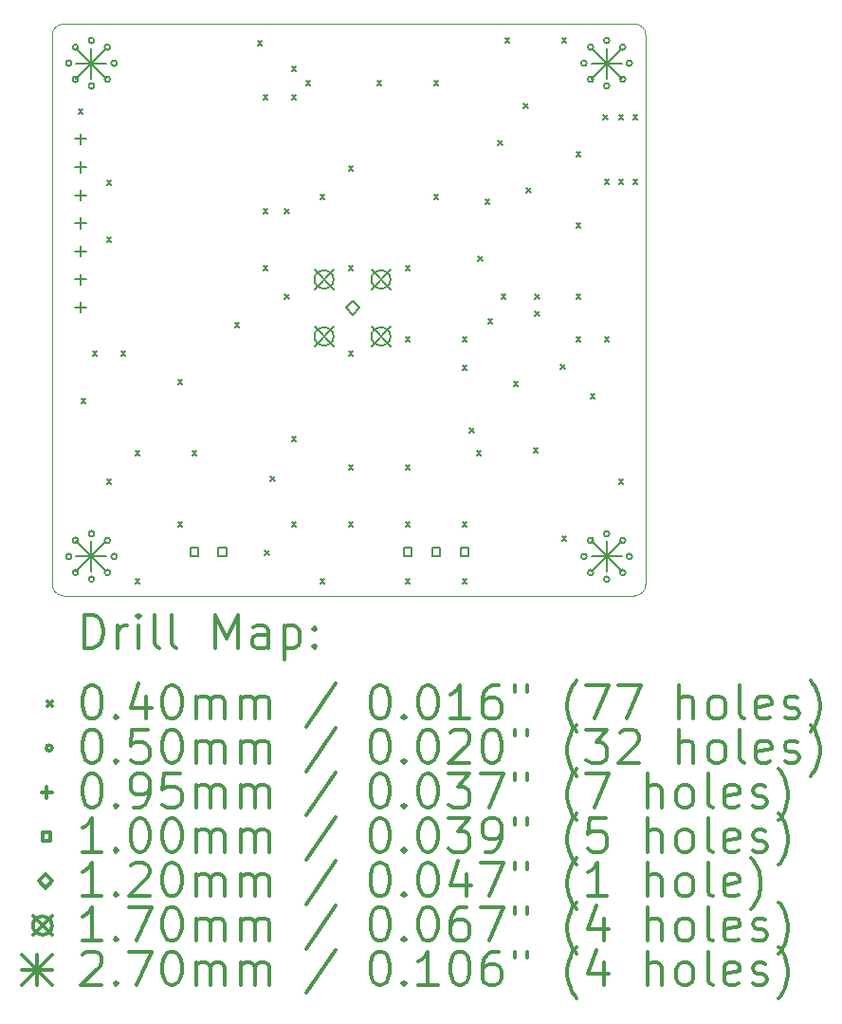
<source format=gbr>
%FSLAX45Y45*%
G04 Gerber Fmt 4.5, Leading zero omitted, Abs format (unit mm)*
G04 Created by KiCad (PCBNEW 5.1.9+dfsg1-1) date 2021-05-25 18:35:13*
%MOMM*%
%LPD*%
G01*
G04 APERTURE LIST*
%TA.AperFunction,Profile*%
%ADD10C,0.050000*%
%TD*%
%ADD11C,0.200000*%
%ADD12C,0.300000*%
G04 APERTURE END LIST*
D10*
X11026000Y-6572000D02*
G75*
G02*
X11126000Y-6472000I100000J0D01*
G01*
X11126000Y-11572000D02*
G75*
G02*
X11026000Y-11472000I0J100000D01*
G01*
X16326000Y-11472000D02*
G75*
G02*
X16226000Y-11572000I-100000J0D01*
G01*
X16226000Y-6472000D02*
G75*
G02*
X16326000Y-6572000I0J-100000D01*
G01*
X16226000Y-6472000D02*
X11126000Y-6472000D01*
X16326000Y-11472000D02*
X16326000Y-6572000D01*
X11126000Y-11572000D02*
X16226000Y-11572000D01*
X11026000Y-6572000D02*
X11026000Y-11472000D01*
D11*
X11260000Y-7234000D02*
X11300000Y-7274000D01*
X11300000Y-7234000D02*
X11260000Y-7274000D01*
X11285400Y-9812100D02*
X11325400Y-9852100D01*
X11325400Y-9812100D02*
X11285400Y-9852100D01*
X11387000Y-9393000D02*
X11427000Y-9433000D01*
X11427000Y-9393000D02*
X11387000Y-9433000D01*
X11514000Y-7869000D02*
X11554000Y-7909000D01*
X11554000Y-7869000D02*
X11514000Y-7909000D01*
X11514000Y-8377000D02*
X11554000Y-8417000D01*
X11554000Y-8377000D02*
X11514000Y-8417000D01*
X11514000Y-10536000D02*
X11554000Y-10576000D01*
X11554000Y-10536000D02*
X11514000Y-10576000D01*
X11641000Y-9393000D02*
X11681000Y-9433000D01*
X11681000Y-9393000D02*
X11641000Y-9433000D01*
X11768000Y-10282000D02*
X11808000Y-10322000D01*
X11808000Y-10282000D02*
X11768000Y-10322000D01*
X11768000Y-11425000D02*
X11808000Y-11465000D01*
X11808000Y-11425000D02*
X11768000Y-11465000D01*
X12149000Y-9647000D02*
X12189000Y-9687000D01*
X12189000Y-9647000D02*
X12149000Y-9687000D01*
X12149000Y-10917000D02*
X12189000Y-10957000D01*
X12189000Y-10917000D02*
X12149000Y-10957000D01*
X12276000Y-10282000D02*
X12316000Y-10322000D01*
X12316000Y-10282000D02*
X12276000Y-10322000D01*
X12657000Y-9139000D02*
X12697000Y-9179000D01*
X12697000Y-9139000D02*
X12657000Y-9179000D01*
X12860200Y-6624400D02*
X12900200Y-6664400D01*
X12900200Y-6624400D02*
X12860200Y-6664400D01*
X12911000Y-7107000D02*
X12951000Y-7147000D01*
X12951000Y-7107000D02*
X12911000Y-7147000D01*
X12911000Y-8123000D02*
X12951000Y-8163000D01*
X12951000Y-8123000D02*
X12911000Y-8163000D01*
X12911000Y-8631000D02*
X12951000Y-8671000D01*
X12951000Y-8631000D02*
X12911000Y-8671000D01*
X12923700Y-11171000D02*
X12963700Y-11211000D01*
X12963700Y-11171000D02*
X12923700Y-11211000D01*
X12974500Y-10510600D02*
X13014500Y-10550600D01*
X13014500Y-10510600D02*
X12974500Y-10550600D01*
X13101500Y-8123000D02*
X13141500Y-8163000D01*
X13141500Y-8123000D02*
X13101500Y-8163000D01*
X13101500Y-8885000D02*
X13141500Y-8925000D01*
X13141500Y-8885000D02*
X13101500Y-8925000D01*
X13165000Y-6853000D02*
X13205000Y-6893000D01*
X13205000Y-6853000D02*
X13165000Y-6893000D01*
X13165000Y-7107000D02*
X13205000Y-7147000D01*
X13205000Y-7107000D02*
X13165000Y-7147000D01*
X13165000Y-10155000D02*
X13205000Y-10195000D01*
X13205000Y-10155000D02*
X13165000Y-10195000D01*
X13165000Y-10917000D02*
X13205000Y-10957000D01*
X13205000Y-10917000D02*
X13165000Y-10957000D01*
X13292000Y-6980000D02*
X13332000Y-7020000D01*
X13332000Y-6980000D02*
X13292000Y-7020000D01*
X13419000Y-7996000D02*
X13459000Y-8036000D01*
X13459000Y-7996000D02*
X13419000Y-8036000D01*
X13419000Y-11425000D02*
X13459000Y-11465000D01*
X13459000Y-11425000D02*
X13419000Y-11465000D01*
X13673000Y-7742000D02*
X13713000Y-7782000D01*
X13713000Y-7742000D02*
X13673000Y-7782000D01*
X13673000Y-8631000D02*
X13713000Y-8671000D01*
X13713000Y-8631000D02*
X13673000Y-8671000D01*
X13673000Y-9393000D02*
X13713000Y-9433000D01*
X13713000Y-9393000D02*
X13673000Y-9433000D01*
X13673000Y-10409000D02*
X13713000Y-10449000D01*
X13713000Y-10409000D02*
X13673000Y-10449000D01*
X13673000Y-10917000D02*
X13713000Y-10957000D01*
X13713000Y-10917000D02*
X13673000Y-10957000D01*
X13927000Y-6980000D02*
X13967000Y-7020000D01*
X13967000Y-6980000D02*
X13927000Y-7020000D01*
X14181000Y-8631000D02*
X14221000Y-8671000D01*
X14221000Y-8631000D02*
X14181000Y-8671000D01*
X14181000Y-9266000D02*
X14221000Y-9306000D01*
X14221000Y-9266000D02*
X14181000Y-9306000D01*
X14181000Y-10409000D02*
X14221000Y-10449000D01*
X14221000Y-10409000D02*
X14181000Y-10449000D01*
X14181000Y-10917000D02*
X14221000Y-10957000D01*
X14221000Y-10917000D02*
X14181000Y-10957000D01*
X14181000Y-11425000D02*
X14221000Y-11465000D01*
X14221000Y-11425000D02*
X14181000Y-11465000D01*
X14435000Y-6980000D02*
X14475000Y-7020000D01*
X14475000Y-6980000D02*
X14435000Y-7020000D01*
X14435000Y-7996000D02*
X14475000Y-8036000D01*
X14475000Y-7996000D02*
X14435000Y-8036000D01*
X14689000Y-9266000D02*
X14729000Y-9306000D01*
X14729000Y-9266000D02*
X14689000Y-9306000D01*
X14689000Y-9520000D02*
X14729000Y-9560000D01*
X14729000Y-9520000D02*
X14689000Y-9560000D01*
X14689000Y-10917000D02*
X14729000Y-10957000D01*
X14729000Y-10917000D02*
X14689000Y-10957000D01*
X14689000Y-11425000D02*
X14729000Y-11465000D01*
X14729000Y-11425000D02*
X14689000Y-11465000D01*
X14752500Y-10078800D02*
X14792500Y-10118800D01*
X14792500Y-10078800D02*
X14752500Y-10118800D01*
X14816000Y-10282000D02*
X14856000Y-10322000D01*
X14856000Y-10282000D02*
X14816000Y-10322000D01*
X14828700Y-8542100D02*
X14868700Y-8582100D01*
X14868700Y-8542100D02*
X14828700Y-8582100D01*
X14892200Y-8034100D02*
X14932200Y-8074100D01*
X14932200Y-8034100D02*
X14892200Y-8074100D01*
X14917600Y-9100900D02*
X14957600Y-9140900D01*
X14957600Y-9100900D02*
X14917600Y-9140900D01*
X15006500Y-7513400D02*
X15046500Y-7553400D01*
X15046500Y-7513400D02*
X15006500Y-7553400D01*
X15035356Y-8881544D02*
X15075356Y-8921544D01*
X15075356Y-8881544D02*
X15035356Y-8921544D01*
X15070000Y-6599000D02*
X15110000Y-6639000D01*
X15110000Y-6599000D02*
X15070000Y-6639000D01*
X15146200Y-9659700D02*
X15186200Y-9699700D01*
X15186200Y-9659700D02*
X15146200Y-9699700D01*
X15235100Y-7183200D02*
X15275100Y-7223200D01*
X15275100Y-7183200D02*
X15235100Y-7223200D01*
X15260500Y-7932500D02*
X15300500Y-7972500D01*
X15300500Y-7932500D02*
X15260500Y-7972500D01*
X15324000Y-10256600D02*
X15364000Y-10296600D01*
X15364000Y-10256600D02*
X15324000Y-10296600D01*
X15336700Y-8885000D02*
X15376700Y-8925000D01*
X15376700Y-8885000D02*
X15336700Y-8925000D01*
X15336700Y-9037400D02*
X15376700Y-9077400D01*
X15376700Y-9037400D02*
X15336700Y-9077400D01*
X15565300Y-9507300D02*
X15605300Y-9547300D01*
X15605300Y-9507300D02*
X15565300Y-9547300D01*
X15578000Y-6599000D02*
X15618000Y-6639000D01*
X15618000Y-6599000D02*
X15578000Y-6639000D01*
X15578000Y-11044000D02*
X15618000Y-11084000D01*
X15618000Y-11044000D02*
X15578000Y-11084000D01*
X15705000Y-7615000D02*
X15745000Y-7655000D01*
X15745000Y-7615000D02*
X15705000Y-7655000D01*
X15705000Y-8250000D02*
X15745000Y-8290000D01*
X15745000Y-8250000D02*
X15705000Y-8290000D01*
X15705000Y-8885000D02*
X15745000Y-8925000D01*
X15745000Y-8885000D02*
X15705000Y-8925000D01*
X15705000Y-9266000D02*
X15745000Y-9306000D01*
X15745000Y-9266000D02*
X15705000Y-9306000D01*
X15832000Y-9774000D02*
X15872000Y-9814000D01*
X15872000Y-9774000D02*
X15832000Y-9814000D01*
X15946300Y-7284800D02*
X15986300Y-7324800D01*
X15986300Y-7284800D02*
X15946300Y-7324800D01*
X15959000Y-7856300D02*
X15999000Y-7896300D01*
X15999000Y-7856300D02*
X15959000Y-7896300D01*
X15959000Y-9266000D02*
X15999000Y-9306000D01*
X15999000Y-9266000D02*
X15959000Y-9306000D01*
X16086000Y-7284800D02*
X16126000Y-7324800D01*
X16126000Y-7284800D02*
X16086000Y-7324800D01*
X16086000Y-7859000D02*
X16126000Y-7899000D01*
X16126000Y-7859000D02*
X16086000Y-7899000D01*
X16086000Y-7859000D02*
X16126000Y-7899000D01*
X16126000Y-7859000D02*
X16086000Y-7899000D01*
X16086000Y-7859000D02*
X16126000Y-7899000D01*
X16126000Y-7859000D02*
X16086000Y-7899000D01*
X16086000Y-10536000D02*
X16126000Y-10576000D01*
X16126000Y-10536000D02*
X16086000Y-10576000D01*
X16213000Y-7284800D02*
X16253000Y-7324800D01*
X16253000Y-7284800D02*
X16213000Y-7324800D01*
X16213000Y-7856300D02*
X16253000Y-7896300D01*
X16253000Y-7856300D02*
X16213000Y-7896300D01*
X11198500Y-6822000D02*
G75*
G03*
X11198500Y-6822000I-25000J0D01*
G01*
X11198500Y-11222000D02*
G75*
G03*
X11198500Y-11222000I-25000J0D01*
G01*
X11257811Y-6678811D02*
G75*
G03*
X11257811Y-6678811I-25000J0D01*
G01*
X11257811Y-6965189D02*
G75*
G03*
X11257811Y-6965189I-25000J0D01*
G01*
X11257811Y-11078811D02*
G75*
G03*
X11257811Y-11078811I-25000J0D01*
G01*
X11257811Y-11365189D02*
G75*
G03*
X11257811Y-11365189I-25000J0D01*
G01*
X11401000Y-6619500D02*
G75*
G03*
X11401000Y-6619500I-25000J0D01*
G01*
X11401000Y-7024500D02*
G75*
G03*
X11401000Y-7024500I-25000J0D01*
G01*
X11401000Y-11019500D02*
G75*
G03*
X11401000Y-11019500I-25000J0D01*
G01*
X11401000Y-11424500D02*
G75*
G03*
X11401000Y-11424500I-25000J0D01*
G01*
X11544189Y-6678811D02*
G75*
G03*
X11544189Y-6678811I-25000J0D01*
G01*
X11544189Y-6965189D02*
G75*
G03*
X11544189Y-6965189I-25000J0D01*
G01*
X11544189Y-11078811D02*
G75*
G03*
X11544189Y-11078811I-25000J0D01*
G01*
X11544189Y-11365189D02*
G75*
G03*
X11544189Y-11365189I-25000J0D01*
G01*
X11603500Y-6822000D02*
G75*
G03*
X11603500Y-6822000I-25000J0D01*
G01*
X11603500Y-11222000D02*
G75*
G03*
X11603500Y-11222000I-25000J0D01*
G01*
X15798500Y-6822000D02*
G75*
G03*
X15798500Y-6822000I-25000J0D01*
G01*
X15798500Y-11222000D02*
G75*
G03*
X15798500Y-11222000I-25000J0D01*
G01*
X15857811Y-6678811D02*
G75*
G03*
X15857811Y-6678811I-25000J0D01*
G01*
X15857811Y-6965189D02*
G75*
G03*
X15857811Y-6965189I-25000J0D01*
G01*
X15857811Y-11078811D02*
G75*
G03*
X15857811Y-11078811I-25000J0D01*
G01*
X15857811Y-11365189D02*
G75*
G03*
X15857811Y-11365189I-25000J0D01*
G01*
X16001000Y-6619500D02*
G75*
G03*
X16001000Y-6619500I-25000J0D01*
G01*
X16001000Y-7024500D02*
G75*
G03*
X16001000Y-7024500I-25000J0D01*
G01*
X16001000Y-11019500D02*
G75*
G03*
X16001000Y-11019500I-25000J0D01*
G01*
X16001000Y-11424500D02*
G75*
G03*
X16001000Y-11424500I-25000J0D01*
G01*
X16144189Y-6678811D02*
G75*
G03*
X16144189Y-6678811I-25000J0D01*
G01*
X16144189Y-6965189D02*
G75*
G03*
X16144189Y-6965189I-25000J0D01*
G01*
X16144189Y-11078811D02*
G75*
G03*
X16144189Y-11078811I-25000J0D01*
G01*
X16144189Y-11365189D02*
G75*
G03*
X16144189Y-11365189I-25000J0D01*
G01*
X16203500Y-6822000D02*
G75*
G03*
X16203500Y-6822000I-25000J0D01*
G01*
X16203500Y-11222000D02*
G75*
G03*
X16203500Y-11222000I-25000J0D01*
G01*
X11280000Y-7450500D02*
X11280000Y-7545500D01*
X11232500Y-7498000D02*
X11327500Y-7498000D01*
X11280000Y-7700500D02*
X11280000Y-7795500D01*
X11232500Y-7748000D02*
X11327500Y-7748000D01*
X11280000Y-7950500D02*
X11280000Y-8045500D01*
X11232500Y-7998000D02*
X11327500Y-7998000D01*
X11280000Y-8200500D02*
X11280000Y-8295500D01*
X11232500Y-8248000D02*
X11327500Y-8248000D01*
X11280000Y-8450500D02*
X11280000Y-8545500D01*
X11232500Y-8498000D02*
X11327500Y-8498000D01*
X11280000Y-8700500D02*
X11280000Y-8795500D01*
X11232500Y-8748000D02*
X11327500Y-8748000D01*
X11280000Y-8950500D02*
X11280000Y-9045500D01*
X11232500Y-8998000D02*
X11327500Y-8998000D01*
X12331356Y-11216356D02*
X12331356Y-11145644D01*
X12260644Y-11145644D01*
X12260644Y-11216356D01*
X12331356Y-11216356D01*
X12581356Y-11216356D02*
X12581356Y-11145644D01*
X12510644Y-11145644D01*
X12510644Y-11216356D01*
X12581356Y-11216356D01*
X14236356Y-11216356D02*
X14236356Y-11145644D01*
X14165644Y-11145644D01*
X14165644Y-11216356D01*
X14236356Y-11216356D01*
X14490356Y-11216356D02*
X14490356Y-11145644D01*
X14419644Y-11145644D01*
X14419644Y-11216356D01*
X14490356Y-11216356D01*
X14744356Y-11216356D02*
X14744356Y-11145644D01*
X14673644Y-11145644D01*
X14673644Y-11216356D01*
X14744356Y-11216356D01*
X13707000Y-9065000D02*
X13767000Y-9005000D01*
X13707000Y-8945000D01*
X13647000Y-9005000D01*
X13707000Y-9065000D01*
X13368000Y-8666000D02*
X13538000Y-8836000D01*
X13538000Y-8666000D02*
X13368000Y-8836000D01*
X13538000Y-8751000D02*
G75*
G03*
X13538000Y-8751000I-85000J0D01*
G01*
X13368000Y-9174000D02*
X13538000Y-9344000D01*
X13538000Y-9174000D02*
X13368000Y-9344000D01*
X13538000Y-9259000D02*
G75*
G03*
X13538000Y-9259000I-85000J0D01*
G01*
X13876000Y-8666000D02*
X14046000Y-8836000D01*
X14046000Y-8666000D02*
X13876000Y-8836000D01*
X14046000Y-8751000D02*
G75*
G03*
X14046000Y-8751000I-85000J0D01*
G01*
X13876000Y-9174000D02*
X14046000Y-9344000D01*
X14046000Y-9174000D02*
X13876000Y-9344000D01*
X14046000Y-9259000D02*
G75*
G03*
X14046000Y-9259000I-85000J0D01*
G01*
X11241000Y-6687000D02*
X11511000Y-6957000D01*
X11511000Y-6687000D02*
X11241000Y-6957000D01*
X11376000Y-6687000D02*
X11376000Y-6957000D01*
X11241000Y-6822000D02*
X11511000Y-6822000D01*
X11241000Y-11087000D02*
X11511000Y-11357000D01*
X11511000Y-11087000D02*
X11241000Y-11357000D01*
X11376000Y-11087000D02*
X11376000Y-11357000D01*
X11241000Y-11222000D02*
X11511000Y-11222000D01*
X15841000Y-6687000D02*
X16111000Y-6957000D01*
X16111000Y-6687000D02*
X15841000Y-6957000D01*
X15976000Y-6687000D02*
X15976000Y-6957000D01*
X15841000Y-6822000D02*
X16111000Y-6822000D01*
X15841000Y-11087000D02*
X16111000Y-11357000D01*
X16111000Y-11087000D02*
X15841000Y-11357000D01*
X15976000Y-11087000D02*
X15976000Y-11357000D01*
X15841000Y-11222000D02*
X16111000Y-11222000D01*
D12*
X11309928Y-12040214D02*
X11309928Y-11740214D01*
X11381357Y-11740214D01*
X11424214Y-11754500D01*
X11452786Y-11783071D01*
X11467071Y-11811643D01*
X11481357Y-11868786D01*
X11481357Y-11911643D01*
X11467071Y-11968786D01*
X11452786Y-11997357D01*
X11424214Y-12025929D01*
X11381357Y-12040214D01*
X11309928Y-12040214D01*
X11609928Y-12040214D02*
X11609928Y-11840214D01*
X11609928Y-11897357D02*
X11624214Y-11868786D01*
X11638500Y-11854500D01*
X11667071Y-11840214D01*
X11695643Y-11840214D01*
X11795643Y-12040214D02*
X11795643Y-11840214D01*
X11795643Y-11740214D02*
X11781357Y-11754500D01*
X11795643Y-11768786D01*
X11809928Y-11754500D01*
X11795643Y-11740214D01*
X11795643Y-11768786D01*
X11981357Y-12040214D02*
X11952786Y-12025929D01*
X11938500Y-11997357D01*
X11938500Y-11740214D01*
X12138500Y-12040214D02*
X12109928Y-12025929D01*
X12095643Y-11997357D01*
X12095643Y-11740214D01*
X12481357Y-12040214D02*
X12481357Y-11740214D01*
X12581357Y-11954500D01*
X12681357Y-11740214D01*
X12681357Y-12040214D01*
X12952786Y-12040214D02*
X12952786Y-11883071D01*
X12938500Y-11854500D01*
X12909928Y-11840214D01*
X12852786Y-11840214D01*
X12824214Y-11854500D01*
X12952786Y-12025929D02*
X12924214Y-12040214D01*
X12852786Y-12040214D01*
X12824214Y-12025929D01*
X12809928Y-11997357D01*
X12809928Y-11968786D01*
X12824214Y-11940214D01*
X12852786Y-11925929D01*
X12924214Y-11925929D01*
X12952786Y-11911643D01*
X13095643Y-11840214D02*
X13095643Y-12140214D01*
X13095643Y-11854500D02*
X13124214Y-11840214D01*
X13181357Y-11840214D01*
X13209928Y-11854500D01*
X13224214Y-11868786D01*
X13238500Y-11897357D01*
X13238500Y-11983071D01*
X13224214Y-12011643D01*
X13209928Y-12025929D01*
X13181357Y-12040214D01*
X13124214Y-12040214D01*
X13095643Y-12025929D01*
X13367071Y-12011643D02*
X13381357Y-12025929D01*
X13367071Y-12040214D01*
X13352786Y-12025929D01*
X13367071Y-12011643D01*
X13367071Y-12040214D01*
X13367071Y-11854500D02*
X13381357Y-11868786D01*
X13367071Y-11883071D01*
X13352786Y-11868786D01*
X13367071Y-11854500D01*
X13367071Y-11883071D01*
X10983500Y-12514500D02*
X11023500Y-12554500D01*
X11023500Y-12514500D02*
X10983500Y-12554500D01*
X11367071Y-12370214D02*
X11395643Y-12370214D01*
X11424214Y-12384500D01*
X11438500Y-12398786D01*
X11452786Y-12427357D01*
X11467071Y-12484500D01*
X11467071Y-12555929D01*
X11452786Y-12613071D01*
X11438500Y-12641643D01*
X11424214Y-12655929D01*
X11395643Y-12670214D01*
X11367071Y-12670214D01*
X11338500Y-12655929D01*
X11324214Y-12641643D01*
X11309928Y-12613071D01*
X11295643Y-12555929D01*
X11295643Y-12484500D01*
X11309928Y-12427357D01*
X11324214Y-12398786D01*
X11338500Y-12384500D01*
X11367071Y-12370214D01*
X11595643Y-12641643D02*
X11609928Y-12655929D01*
X11595643Y-12670214D01*
X11581357Y-12655929D01*
X11595643Y-12641643D01*
X11595643Y-12670214D01*
X11867071Y-12470214D02*
X11867071Y-12670214D01*
X11795643Y-12355929D02*
X11724214Y-12570214D01*
X11909928Y-12570214D01*
X12081357Y-12370214D02*
X12109928Y-12370214D01*
X12138500Y-12384500D01*
X12152786Y-12398786D01*
X12167071Y-12427357D01*
X12181357Y-12484500D01*
X12181357Y-12555929D01*
X12167071Y-12613071D01*
X12152786Y-12641643D01*
X12138500Y-12655929D01*
X12109928Y-12670214D01*
X12081357Y-12670214D01*
X12052786Y-12655929D01*
X12038500Y-12641643D01*
X12024214Y-12613071D01*
X12009928Y-12555929D01*
X12009928Y-12484500D01*
X12024214Y-12427357D01*
X12038500Y-12398786D01*
X12052786Y-12384500D01*
X12081357Y-12370214D01*
X12309928Y-12670214D02*
X12309928Y-12470214D01*
X12309928Y-12498786D02*
X12324214Y-12484500D01*
X12352786Y-12470214D01*
X12395643Y-12470214D01*
X12424214Y-12484500D01*
X12438500Y-12513071D01*
X12438500Y-12670214D01*
X12438500Y-12513071D02*
X12452786Y-12484500D01*
X12481357Y-12470214D01*
X12524214Y-12470214D01*
X12552786Y-12484500D01*
X12567071Y-12513071D01*
X12567071Y-12670214D01*
X12709928Y-12670214D02*
X12709928Y-12470214D01*
X12709928Y-12498786D02*
X12724214Y-12484500D01*
X12752786Y-12470214D01*
X12795643Y-12470214D01*
X12824214Y-12484500D01*
X12838500Y-12513071D01*
X12838500Y-12670214D01*
X12838500Y-12513071D02*
X12852786Y-12484500D01*
X12881357Y-12470214D01*
X12924214Y-12470214D01*
X12952786Y-12484500D01*
X12967071Y-12513071D01*
X12967071Y-12670214D01*
X13552786Y-12355929D02*
X13295643Y-12741643D01*
X13938500Y-12370214D02*
X13967071Y-12370214D01*
X13995643Y-12384500D01*
X14009928Y-12398786D01*
X14024214Y-12427357D01*
X14038500Y-12484500D01*
X14038500Y-12555929D01*
X14024214Y-12613071D01*
X14009928Y-12641643D01*
X13995643Y-12655929D01*
X13967071Y-12670214D01*
X13938500Y-12670214D01*
X13909928Y-12655929D01*
X13895643Y-12641643D01*
X13881357Y-12613071D01*
X13867071Y-12555929D01*
X13867071Y-12484500D01*
X13881357Y-12427357D01*
X13895643Y-12398786D01*
X13909928Y-12384500D01*
X13938500Y-12370214D01*
X14167071Y-12641643D02*
X14181357Y-12655929D01*
X14167071Y-12670214D01*
X14152786Y-12655929D01*
X14167071Y-12641643D01*
X14167071Y-12670214D01*
X14367071Y-12370214D02*
X14395643Y-12370214D01*
X14424214Y-12384500D01*
X14438500Y-12398786D01*
X14452786Y-12427357D01*
X14467071Y-12484500D01*
X14467071Y-12555929D01*
X14452786Y-12613071D01*
X14438500Y-12641643D01*
X14424214Y-12655929D01*
X14395643Y-12670214D01*
X14367071Y-12670214D01*
X14338500Y-12655929D01*
X14324214Y-12641643D01*
X14309928Y-12613071D01*
X14295643Y-12555929D01*
X14295643Y-12484500D01*
X14309928Y-12427357D01*
X14324214Y-12398786D01*
X14338500Y-12384500D01*
X14367071Y-12370214D01*
X14752786Y-12670214D02*
X14581357Y-12670214D01*
X14667071Y-12670214D02*
X14667071Y-12370214D01*
X14638500Y-12413071D01*
X14609928Y-12441643D01*
X14581357Y-12455929D01*
X15009928Y-12370214D02*
X14952786Y-12370214D01*
X14924214Y-12384500D01*
X14909928Y-12398786D01*
X14881357Y-12441643D01*
X14867071Y-12498786D01*
X14867071Y-12613071D01*
X14881357Y-12641643D01*
X14895643Y-12655929D01*
X14924214Y-12670214D01*
X14981357Y-12670214D01*
X15009928Y-12655929D01*
X15024214Y-12641643D01*
X15038500Y-12613071D01*
X15038500Y-12541643D01*
X15024214Y-12513071D01*
X15009928Y-12498786D01*
X14981357Y-12484500D01*
X14924214Y-12484500D01*
X14895643Y-12498786D01*
X14881357Y-12513071D01*
X14867071Y-12541643D01*
X15152786Y-12370214D02*
X15152786Y-12427357D01*
X15267071Y-12370214D02*
X15267071Y-12427357D01*
X15709928Y-12784500D02*
X15695643Y-12770214D01*
X15667071Y-12727357D01*
X15652786Y-12698786D01*
X15638500Y-12655929D01*
X15624214Y-12584500D01*
X15624214Y-12527357D01*
X15638500Y-12455929D01*
X15652786Y-12413071D01*
X15667071Y-12384500D01*
X15695643Y-12341643D01*
X15709928Y-12327357D01*
X15795643Y-12370214D02*
X15995643Y-12370214D01*
X15867071Y-12670214D01*
X16081357Y-12370214D02*
X16281357Y-12370214D01*
X16152786Y-12670214D01*
X16624214Y-12670214D02*
X16624214Y-12370214D01*
X16752786Y-12670214D02*
X16752786Y-12513071D01*
X16738500Y-12484500D01*
X16709928Y-12470214D01*
X16667071Y-12470214D01*
X16638500Y-12484500D01*
X16624214Y-12498786D01*
X16938500Y-12670214D02*
X16909928Y-12655929D01*
X16895643Y-12641643D01*
X16881357Y-12613071D01*
X16881357Y-12527357D01*
X16895643Y-12498786D01*
X16909928Y-12484500D01*
X16938500Y-12470214D01*
X16981357Y-12470214D01*
X17009928Y-12484500D01*
X17024214Y-12498786D01*
X17038500Y-12527357D01*
X17038500Y-12613071D01*
X17024214Y-12641643D01*
X17009928Y-12655929D01*
X16981357Y-12670214D01*
X16938500Y-12670214D01*
X17209928Y-12670214D02*
X17181357Y-12655929D01*
X17167071Y-12627357D01*
X17167071Y-12370214D01*
X17438500Y-12655929D02*
X17409928Y-12670214D01*
X17352786Y-12670214D01*
X17324214Y-12655929D01*
X17309928Y-12627357D01*
X17309928Y-12513071D01*
X17324214Y-12484500D01*
X17352786Y-12470214D01*
X17409928Y-12470214D01*
X17438500Y-12484500D01*
X17452786Y-12513071D01*
X17452786Y-12541643D01*
X17309928Y-12570214D01*
X17567071Y-12655929D02*
X17595643Y-12670214D01*
X17652786Y-12670214D01*
X17681357Y-12655929D01*
X17695643Y-12627357D01*
X17695643Y-12613071D01*
X17681357Y-12584500D01*
X17652786Y-12570214D01*
X17609928Y-12570214D01*
X17581357Y-12555929D01*
X17567071Y-12527357D01*
X17567071Y-12513071D01*
X17581357Y-12484500D01*
X17609928Y-12470214D01*
X17652786Y-12470214D01*
X17681357Y-12484500D01*
X17795643Y-12784500D02*
X17809928Y-12770214D01*
X17838500Y-12727357D01*
X17852786Y-12698786D01*
X17867071Y-12655929D01*
X17881357Y-12584500D01*
X17881357Y-12527357D01*
X17867071Y-12455929D01*
X17852786Y-12413071D01*
X17838500Y-12384500D01*
X17809928Y-12341643D01*
X17795643Y-12327357D01*
X11023500Y-12930500D02*
G75*
G03*
X11023500Y-12930500I-25000J0D01*
G01*
X11367071Y-12766214D02*
X11395643Y-12766214D01*
X11424214Y-12780500D01*
X11438500Y-12794786D01*
X11452786Y-12823357D01*
X11467071Y-12880500D01*
X11467071Y-12951929D01*
X11452786Y-13009071D01*
X11438500Y-13037643D01*
X11424214Y-13051929D01*
X11395643Y-13066214D01*
X11367071Y-13066214D01*
X11338500Y-13051929D01*
X11324214Y-13037643D01*
X11309928Y-13009071D01*
X11295643Y-12951929D01*
X11295643Y-12880500D01*
X11309928Y-12823357D01*
X11324214Y-12794786D01*
X11338500Y-12780500D01*
X11367071Y-12766214D01*
X11595643Y-13037643D02*
X11609928Y-13051929D01*
X11595643Y-13066214D01*
X11581357Y-13051929D01*
X11595643Y-13037643D01*
X11595643Y-13066214D01*
X11881357Y-12766214D02*
X11738500Y-12766214D01*
X11724214Y-12909071D01*
X11738500Y-12894786D01*
X11767071Y-12880500D01*
X11838500Y-12880500D01*
X11867071Y-12894786D01*
X11881357Y-12909071D01*
X11895643Y-12937643D01*
X11895643Y-13009071D01*
X11881357Y-13037643D01*
X11867071Y-13051929D01*
X11838500Y-13066214D01*
X11767071Y-13066214D01*
X11738500Y-13051929D01*
X11724214Y-13037643D01*
X12081357Y-12766214D02*
X12109928Y-12766214D01*
X12138500Y-12780500D01*
X12152786Y-12794786D01*
X12167071Y-12823357D01*
X12181357Y-12880500D01*
X12181357Y-12951929D01*
X12167071Y-13009071D01*
X12152786Y-13037643D01*
X12138500Y-13051929D01*
X12109928Y-13066214D01*
X12081357Y-13066214D01*
X12052786Y-13051929D01*
X12038500Y-13037643D01*
X12024214Y-13009071D01*
X12009928Y-12951929D01*
X12009928Y-12880500D01*
X12024214Y-12823357D01*
X12038500Y-12794786D01*
X12052786Y-12780500D01*
X12081357Y-12766214D01*
X12309928Y-13066214D02*
X12309928Y-12866214D01*
X12309928Y-12894786D02*
X12324214Y-12880500D01*
X12352786Y-12866214D01*
X12395643Y-12866214D01*
X12424214Y-12880500D01*
X12438500Y-12909071D01*
X12438500Y-13066214D01*
X12438500Y-12909071D02*
X12452786Y-12880500D01*
X12481357Y-12866214D01*
X12524214Y-12866214D01*
X12552786Y-12880500D01*
X12567071Y-12909071D01*
X12567071Y-13066214D01*
X12709928Y-13066214D02*
X12709928Y-12866214D01*
X12709928Y-12894786D02*
X12724214Y-12880500D01*
X12752786Y-12866214D01*
X12795643Y-12866214D01*
X12824214Y-12880500D01*
X12838500Y-12909071D01*
X12838500Y-13066214D01*
X12838500Y-12909071D02*
X12852786Y-12880500D01*
X12881357Y-12866214D01*
X12924214Y-12866214D01*
X12952786Y-12880500D01*
X12967071Y-12909071D01*
X12967071Y-13066214D01*
X13552786Y-12751929D02*
X13295643Y-13137643D01*
X13938500Y-12766214D02*
X13967071Y-12766214D01*
X13995643Y-12780500D01*
X14009928Y-12794786D01*
X14024214Y-12823357D01*
X14038500Y-12880500D01*
X14038500Y-12951929D01*
X14024214Y-13009071D01*
X14009928Y-13037643D01*
X13995643Y-13051929D01*
X13967071Y-13066214D01*
X13938500Y-13066214D01*
X13909928Y-13051929D01*
X13895643Y-13037643D01*
X13881357Y-13009071D01*
X13867071Y-12951929D01*
X13867071Y-12880500D01*
X13881357Y-12823357D01*
X13895643Y-12794786D01*
X13909928Y-12780500D01*
X13938500Y-12766214D01*
X14167071Y-13037643D02*
X14181357Y-13051929D01*
X14167071Y-13066214D01*
X14152786Y-13051929D01*
X14167071Y-13037643D01*
X14167071Y-13066214D01*
X14367071Y-12766214D02*
X14395643Y-12766214D01*
X14424214Y-12780500D01*
X14438500Y-12794786D01*
X14452786Y-12823357D01*
X14467071Y-12880500D01*
X14467071Y-12951929D01*
X14452786Y-13009071D01*
X14438500Y-13037643D01*
X14424214Y-13051929D01*
X14395643Y-13066214D01*
X14367071Y-13066214D01*
X14338500Y-13051929D01*
X14324214Y-13037643D01*
X14309928Y-13009071D01*
X14295643Y-12951929D01*
X14295643Y-12880500D01*
X14309928Y-12823357D01*
X14324214Y-12794786D01*
X14338500Y-12780500D01*
X14367071Y-12766214D01*
X14581357Y-12794786D02*
X14595643Y-12780500D01*
X14624214Y-12766214D01*
X14695643Y-12766214D01*
X14724214Y-12780500D01*
X14738500Y-12794786D01*
X14752786Y-12823357D01*
X14752786Y-12851929D01*
X14738500Y-12894786D01*
X14567071Y-13066214D01*
X14752786Y-13066214D01*
X14938500Y-12766214D02*
X14967071Y-12766214D01*
X14995643Y-12780500D01*
X15009928Y-12794786D01*
X15024214Y-12823357D01*
X15038500Y-12880500D01*
X15038500Y-12951929D01*
X15024214Y-13009071D01*
X15009928Y-13037643D01*
X14995643Y-13051929D01*
X14967071Y-13066214D01*
X14938500Y-13066214D01*
X14909928Y-13051929D01*
X14895643Y-13037643D01*
X14881357Y-13009071D01*
X14867071Y-12951929D01*
X14867071Y-12880500D01*
X14881357Y-12823357D01*
X14895643Y-12794786D01*
X14909928Y-12780500D01*
X14938500Y-12766214D01*
X15152786Y-12766214D02*
X15152786Y-12823357D01*
X15267071Y-12766214D02*
X15267071Y-12823357D01*
X15709928Y-13180500D02*
X15695643Y-13166214D01*
X15667071Y-13123357D01*
X15652786Y-13094786D01*
X15638500Y-13051929D01*
X15624214Y-12980500D01*
X15624214Y-12923357D01*
X15638500Y-12851929D01*
X15652786Y-12809071D01*
X15667071Y-12780500D01*
X15695643Y-12737643D01*
X15709928Y-12723357D01*
X15795643Y-12766214D02*
X15981357Y-12766214D01*
X15881357Y-12880500D01*
X15924214Y-12880500D01*
X15952786Y-12894786D01*
X15967071Y-12909071D01*
X15981357Y-12937643D01*
X15981357Y-13009071D01*
X15967071Y-13037643D01*
X15952786Y-13051929D01*
X15924214Y-13066214D01*
X15838500Y-13066214D01*
X15809928Y-13051929D01*
X15795643Y-13037643D01*
X16095643Y-12794786D02*
X16109928Y-12780500D01*
X16138500Y-12766214D01*
X16209928Y-12766214D01*
X16238500Y-12780500D01*
X16252786Y-12794786D01*
X16267071Y-12823357D01*
X16267071Y-12851929D01*
X16252786Y-12894786D01*
X16081357Y-13066214D01*
X16267071Y-13066214D01*
X16624214Y-13066214D02*
X16624214Y-12766214D01*
X16752786Y-13066214D02*
X16752786Y-12909071D01*
X16738500Y-12880500D01*
X16709928Y-12866214D01*
X16667071Y-12866214D01*
X16638500Y-12880500D01*
X16624214Y-12894786D01*
X16938500Y-13066214D02*
X16909928Y-13051929D01*
X16895643Y-13037643D01*
X16881357Y-13009071D01*
X16881357Y-12923357D01*
X16895643Y-12894786D01*
X16909928Y-12880500D01*
X16938500Y-12866214D01*
X16981357Y-12866214D01*
X17009928Y-12880500D01*
X17024214Y-12894786D01*
X17038500Y-12923357D01*
X17038500Y-13009071D01*
X17024214Y-13037643D01*
X17009928Y-13051929D01*
X16981357Y-13066214D01*
X16938500Y-13066214D01*
X17209928Y-13066214D02*
X17181357Y-13051929D01*
X17167071Y-13023357D01*
X17167071Y-12766214D01*
X17438500Y-13051929D02*
X17409928Y-13066214D01*
X17352786Y-13066214D01*
X17324214Y-13051929D01*
X17309928Y-13023357D01*
X17309928Y-12909071D01*
X17324214Y-12880500D01*
X17352786Y-12866214D01*
X17409928Y-12866214D01*
X17438500Y-12880500D01*
X17452786Y-12909071D01*
X17452786Y-12937643D01*
X17309928Y-12966214D01*
X17567071Y-13051929D02*
X17595643Y-13066214D01*
X17652786Y-13066214D01*
X17681357Y-13051929D01*
X17695643Y-13023357D01*
X17695643Y-13009071D01*
X17681357Y-12980500D01*
X17652786Y-12966214D01*
X17609928Y-12966214D01*
X17581357Y-12951929D01*
X17567071Y-12923357D01*
X17567071Y-12909071D01*
X17581357Y-12880500D01*
X17609928Y-12866214D01*
X17652786Y-12866214D01*
X17681357Y-12880500D01*
X17795643Y-13180500D02*
X17809928Y-13166214D01*
X17838500Y-13123357D01*
X17852786Y-13094786D01*
X17867071Y-13051929D01*
X17881357Y-12980500D01*
X17881357Y-12923357D01*
X17867071Y-12851929D01*
X17852786Y-12809071D01*
X17838500Y-12780500D01*
X17809928Y-12737643D01*
X17795643Y-12723357D01*
X10976000Y-13279000D02*
X10976000Y-13374000D01*
X10928500Y-13326500D02*
X11023500Y-13326500D01*
X11367071Y-13162214D02*
X11395643Y-13162214D01*
X11424214Y-13176500D01*
X11438500Y-13190786D01*
X11452786Y-13219357D01*
X11467071Y-13276500D01*
X11467071Y-13347929D01*
X11452786Y-13405071D01*
X11438500Y-13433643D01*
X11424214Y-13447929D01*
X11395643Y-13462214D01*
X11367071Y-13462214D01*
X11338500Y-13447929D01*
X11324214Y-13433643D01*
X11309928Y-13405071D01*
X11295643Y-13347929D01*
X11295643Y-13276500D01*
X11309928Y-13219357D01*
X11324214Y-13190786D01*
X11338500Y-13176500D01*
X11367071Y-13162214D01*
X11595643Y-13433643D02*
X11609928Y-13447929D01*
X11595643Y-13462214D01*
X11581357Y-13447929D01*
X11595643Y-13433643D01*
X11595643Y-13462214D01*
X11752786Y-13462214D02*
X11809928Y-13462214D01*
X11838500Y-13447929D01*
X11852786Y-13433643D01*
X11881357Y-13390786D01*
X11895643Y-13333643D01*
X11895643Y-13219357D01*
X11881357Y-13190786D01*
X11867071Y-13176500D01*
X11838500Y-13162214D01*
X11781357Y-13162214D01*
X11752786Y-13176500D01*
X11738500Y-13190786D01*
X11724214Y-13219357D01*
X11724214Y-13290786D01*
X11738500Y-13319357D01*
X11752786Y-13333643D01*
X11781357Y-13347929D01*
X11838500Y-13347929D01*
X11867071Y-13333643D01*
X11881357Y-13319357D01*
X11895643Y-13290786D01*
X12167071Y-13162214D02*
X12024214Y-13162214D01*
X12009928Y-13305071D01*
X12024214Y-13290786D01*
X12052786Y-13276500D01*
X12124214Y-13276500D01*
X12152786Y-13290786D01*
X12167071Y-13305071D01*
X12181357Y-13333643D01*
X12181357Y-13405071D01*
X12167071Y-13433643D01*
X12152786Y-13447929D01*
X12124214Y-13462214D01*
X12052786Y-13462214D01*
X12024214Y-13447929D01*
X12009928Y-13433643D01*
X12309928Y-13462214D02*
X12309928Y-13262214D01*
X12309928Y-13290786D02*
X12324214Y-13276500D01*
X12352786Y-13262214D01*
X12395643Y-13262214D01*
X12424214Y-13276500D01*
X12438500Y-13305071D01*
X12438500Y-13462214D01*
X12438500Y-13305071D02*
X12452786Y-13276500D01*
X12481357Y-13262214D01*
X12524214Y-13262214D01*
X12552786Y-13276500D01*
X12567071Y-13305071D01*
X12567071Y-13462214D01*
X12709928Y-13462214D02*
X12709928Y-13262214D01*
X12709928Y-13290786D02*
X12724214Y-13276500D01*
X12752786Y-13262214D01*
X12795643Y-13262214D01*
X12824214Y-13276500D01*
X12838500Y-13305071D01*
X12838500Y-13462214D01*
X12838500Y-13305071D02*
X12852786Y-13276500D01*
X12881357Y-13262214D01*
X12924214Y-13262214D01*
X12952786Y-13276500D01*
X12967071Y-13305071D01*
X12967071Y-13462214D01*
X13552786Y-13147929D02*
X13295643Y-13533643D01*
X13938500Y-13162214D02*
X13967071Y-13162214D01*
X13995643Y-13176500D01*
X14009928Y-13190786D01*
X14024214Y-13219357D01*
X14038500Y-13276500D01*
X14038500Y-13347929D01*
X14024214Y-13405071D01*
X14009928Y-13433643D01*
X13995643Y-13447929D01*
X13967071Y-13462214D01*
X13938500Y-13462214D01*
X13909928Y-13447929D01*
X13895643Y-13433643D01*
X13881357Y-13405071D01*
X13867071Y-13347929D01*
X13867071Y-13276500D01*
X13881357Y-13219357D01*
X13895643Y-13190786D01*
X13909928Y-13176500D01*
X13938500Y-13162214D01*
X14167071Y-13433643D02*
X14181357Y-13447929D01*
X14167071Y-13462214D01*
X14152786Y-13447929D01*
X14167071Y-13433643D01*
X14167071Y-13462214D01*
X14367071Y-13162214D02*
X14395643Y-13162214D01*
X14424214Y-13176500D01*
X14438500Y-13190786D01*
X14452786Y-13219357D01*
X14467071Y-13276500D01*
X14467071Y-13347929D01*
X14452786Y-13405071D01*
X14438500Y-13433643D01*
X14424214Y-13447929D01*
X14395643Y-13462214D01*
X14367071Y-13462214D01*
X14338500Y-13447929D01*
X14324214Y-13433643D01*
X14309928Y-13405071D01*
X14295643Y-13347929D01*
X14295643Y-13276500D01*
X14309928Y-13219357D01*
X14324214Y-13190786D01*
X14338500Y-13176500D01*
X14367071Y-13162214D01*
X14567071Y-13162214D02*
X14752786Y-13162214D01*
X14652786Y-13276500D01*
X14695643Y-13276500D01*
X14724214Y-13290786D01*
X14738500Y-13305071D01*
X14752786Y-13333643D01*
X14752786Y-13405071D01*
X14738500Y-13433643D01*
X14724214Y-13447929D01*
X14695643Y-13462214D01*
X14609928Y-13462214D01*
X14581357Y-13447929D01*
X14567071Y-13433643D01*
X14852786Y-13162214D02*
X15052786Y-13162214D01*
X14924214Y-13462214D01*
X15152786Y-13162214D02*
X15152786Y-13219357D01*
X15267071Y-13162214D02*
X15267071Y-13219357D01*
X15709928Y-13576500D02*
X15695643Y-13562214D01*
X15667071Y-13519357D01*
X15652786Y-13490786D01*
X15638500Y-13447929D01*
X15624214Y-13376500D01*
X15624214Y-13319357D01*
X15638500Y-13247929D01*
X15652786Y-13205071D01*
X15667071Y-13176500D01*
X15695643Y-13133643D01*
X15709928Y-13119357D01*
X15795643Y-13162214D02*
X15995643Y-13162214D01*
X15867071Y-13462214D01*
X16338500Y-13462214D02*
X16338500Y-13162214D01*
X16467071Y-13462214D02*
X16467071Y-13305071D01*
X16452786Y-13276500D01*
X16424214Y-13262214D01*
X16381357Y-13262214D01*
X16352786Y-13276500D01*
X16338500Y-13290786D01*
X16652786Y-13462214D02*
X16624214Y-13447929D01*
X16609928Y-13433643D01*
X16595643Y-13405071D01*
X16595643Y-13319357D01*
X16609928Y-13290786D01*
X16624214Y-13276500D01*
X16652786Y-13262214D01*
X16695643Y-13262214D01*
X16724214Y-13276500D01*
X16738500Y-13290786D01*
X16752786Y-13319357D01*
X16752786Y-13405071D01*
X16738500Y-13433643D01*
X16724214Y-13447929D01*
X16695643Y-13462214D01*
X16652786Y-13462214D01*
X16924214Y-13462214D02*
X16895643Y-13447929D01*
X16881357Y-13419357D01*
X16881357Y-13162214D01*
X17152786Y-13447929D02*
X17124214Y-13462214D01*
X17067071Y-13462214D01*
X17038500Y-13447929D01*
X17024214Y-13419357D01*
X17024214Y-13305071D01*
X17038500Y-13276500D01*
X17067071Y-13262214D01*
X17124214Y-13262214D01*
X17152786Y-13276500D01*
X17167071Y-13305071D01*
X17167071Y-13333643D01*
X17024214Y-13362214D01*
X17281357Y-13447929D02*
X17309928Y-13462214D01*
X17367071Y-13462214D01*
X17395643Y-13447929D01*
X17409928Y-13419357D01*
X17409928Y-13405071D01*
X17395643Y-13376500D01*
X17367071Y-13362214D01*
X17324214Y-13362214D01*
X17295643Y-13347929D01*
X17281357Y-13319357D01*
X17281357Y-13305071D01*
X17295643Y-13276500D01*
X17324214Y-13262214D01*
X17367071Y-13262214D01*
X17395643Y-13276500D01*
X17509928Y-13576500D02*
X17524214Y-13562214D01*
X17552786Y-13519357D01*
X17567071Y-13490786D01*
X17581357Y-13447929D01*
X17595643Y-13376500D01*
X17595643Y-13319357D01*
X17581357Y-13247929D01*
X17567071Y-13205071D01*
X17552786Y-13176500D01*
X17524214Y-13133643D01*
X17509928Y-13119357D01*
X11008856Y-13757856D02*
X11008856Y-13687144D01*
X10938144Y-13687144D01*
X10938144Y-13757856D01*
X11008856Y-13757856D01*
X11467071Y-13858214D02*
X11295643Y-13858214D01*
X11381357Y-13858214D02*
X11381357Y-13558214D01*
X11352786Y-13601071D01*
X11324214Y-13629643D01*
X11295643Y-13643929D01*
X11595643Y-13829643D02*
X11609928Y-13843929D01*
X11595643Y-13858214D01*
X11581357Y-13843929D01*
X11595643Y-13829643D01*
X11595643Y-13858214D01*
X11795643Y-13558214D02*
X11824214Y-13558214D01*
X11852786Y-13572500D01*
X11867071Y-13586786D01*
X11881357Y-13615357D01*
X11895643Y-13672500D01*
X11895643Y-13743929D01*
X11881357Y-13801071D01*
X11867071Y-13829643D01*
X11852786Y-13843929D01*
X11824214Y-13858214D01*
X11795643Y-13858214D01*
X11767071Y-13843929D01*
X11752786Y-13829643D01*
X11738500Y-13801071D01*
X11724214Y-13743929D01*
X11724214Y-13672500D01*
X11738500Y-13615357D01*
X11752786Y-13586786D01*
X11767071Y-13572500D01*
X11795643Y-13558214D01*
X12081357Y-13558214D02*
X12109928Y-13558214D01*
X12138500Y-13572500D01*
X12152786Y-13586786D01*
X12167071Y-13615357D01*
X12181357Y-13672500D01*
X12181357Y-13743929D01*
X12167071Y-13801071D01*
X12152786Y-13829643D01*
X12138500Y-13843929D01*
X12109928Y-13858214D01*
X12081357Y-13858214D01*
X12052786Y-13843929D01*
X12038500Y-13829643D01*
X12024214Y-13801071D01*
X12009928Y-13743929D01*
X12009928Y-13672500D01*
X12024214Y-13615357D01*
X12038500Y-13586786D01*
X12052786Y-13572500D01*
X12081357Y-13558214D01*
X12309928Y-13858214D02*
X12309928Y-13658214D01*
X12309928Y-13686786D02*
X12324214Y-13672500D01*
X12352786Y-13658214D01*
X12395643Y-13658214D01*
X12424214Y-13672500D01*
X12438500Y-13701071D01*
X12438500Y-13858214D01*
X12438500Y-13701071D02*
X12452786Y-13672500D01*
X12481357Y-13658214D01*
X12524214Y-13658214D01*
X12552786Y-13672500D01*
X12567071Y-13701071D01*
X12567071Y-13858214D01*
X12709928Y-13858214D02*
X12709928Y-13658214D01*
X12709928Y-13686786D02*
X12724214Y-13672500D01*
X12752786Y-13658214D01*
X12795643Y-13658214D01*
X12824214Y-13672500D01*
X12838500Y-13701071D01*
X12838500Y-13858214D01*
X12838500Y-13701071D02*
X12852786Y-13672500D01*
X12881357Y-13658214D01*
X12924214Y-13658214D01*
X12952786Y-13672500D01*
X12967071Y-13701071D01*
X12967071Y-13858214D01*
X13552786Y-13543929D02*
X13295643Y-13929643D01*
X13938500Y-13558214D02*
X13967071Y-13558214D01*
X13995643Y-13572500D01*
X14009928Y-13586786D01*
X14024214Y-13615357D01*
X14038500Y-13672500D01*
X14038500Y-13743929D01*
X14024214Y-13801071D01*
X14009928Y-13829643D01*
X13995643Y-13843929D01*
X13967071Y-13858214D01*
X13938500Y-13858214D01*
X13909928Y-13843929D01*
X13895643Y-13829643D01*
X13881357Y-13801071D01*
X13867071Y-13743929D01*
X13867071Y-13672500D01*
X13881357Y-13615357D01*
X13895643Y-13586786D01*
X13909928Y-13572500D01*
X13938500Y-13558214D01*
X14167071Y-13829643D02*
X14181357Y-13843929D01*
X14167071Y-13858214D01*
X14152786Y-13843929D01*
X14167071Y-13829643D01*
X14167071Y-13858214D01*
X14367071Y-13558214D02*
X14395643Y-13558214D01*
X14424214Y-13572500D01*
X14438500Y-13586786D01*
X14452786Y-13615357D01*
X14467071Y-13672500D01*
X14467071Y-13743929D01*
X14452786Y-13801071D01*
X14438500Y-13829643D01*
X14424214Y-13843929D01*
X14395643Y-13858214D01*
X14367071Y-13858214D01*
X14338500Y-13843929D01*
X14324214Y-13829643D01*
X14309928Y-13801071D01*
X14295643Y-13743929D01*
X14295643Y-13672500D01*
X14309928Y-13615357D01*
X14324214Y-13586786D01*
X14338500Y-13572500D01*
X14367071Y-13558214D01*
X14567071Y-13558214D02*
X14752786Y-13558214D01*
X14652786Y-13672500D01*
X14695643Y-13672500D01*
X14724214Y-13686786D01*
X14738500Y-13701071D01*
X14752786Y-13729643D01*
X14752786Y-13801071D01*
X14738500Y-13829643D01*
X14724214Y-13843929D01*
X14695643Y-13858214D01*
X14609928Y-13858214D01*
X14581357Y-13843929D01*
X14567071Y-13829643D01*
X14895643Y-13858214D02*
X14952786Y-13858214D01*
X14981357Y-13843929D01*
X14995643Y-13829643D01*
X15024214Y-13786786D01*
X15038500Y-13729643D01*
X15038500Y-13615357D01*
X15024214Y-13586786D01*
X15009928Y-13572500D01*
X14981357Y-13558214D01*
X14924214Y-13558214D01*
X14895643Y-13572500D01*
X14881357Y-13586786D01*
X14867071Y-13615357D01*
X14867071Y-13686786D01*
X14881357Y-13715357D01*
X14895643Y-13729643D01*
X14924214Y-13743929D01*
X14981357Y-13743929D01*
X15009928Y-13729643D01*
X15024214Y-13715357D01*
X15038500Y-13686786D01*
X15152786Y-13558214D02*
X15152786Y-13615357D01*
X15267071Y-13558214D02*
X15267071Y-13615357D01*
X15709928Y-13972500D02*
X15695643Y-13958214D01*
X15667071Y-13915357D01*
X15652786Y-13886786D01*
X15638500Y-13843929D01*
X15624214Y-13772500D01*
X15624214Y-13715357D01*
X15638500Y-13643929D01*
X15652786Y-13601071D01*
X15667071Y-13572500D01*
X15695643Y-13529643D01*
X15709928Y-13515357D01*
X15967071Y-13558214D02*
X15824214Y-13558214D01*
X15809928Y-13701071D01*
X15824214Y-13686786D01*
X15852786Y-13672500D01*
X15924214Y-13672500D01*
X15952786Y-13686786D01*
X15967071Y-13701071D01*
X15981357Y-13729643D01*
X15981357Y-13801071D01*
X15967071Y-13829643D01*
X15952786Y-13843929D01*
X15924214Y-13858214D01*
X15852786Y-13858214D01*
X15824214Y-13843929D01*
X15809928Y-13829643D01*
X16338500Y-13858214D02*
X16338500Y-13558214D01*
X16467071Y-13858214D02*
X16467071Y-13701071D01*
X16452786Y-13672500D01*
X16424214Y-13658214D01*
X16381357Y-13658214D01*
X16352786Y-13672500D01*
X16338500Y-13686786D01*
X16652786Y-13858214D02*
X16624214Y-13843929D01*
X16609928Y-13829643D01*
X16595643Y-13801071D01*
X16595643Y-13715357D01*
X16609928Y-13686786D01*
X16624214Y-13672500D01*
X16652786Y-13658214D01*
X16695643Y-13658214D01*
X16724214Y-13672500D01*
X16738500Y-13686786D01*
X16752786Y-13715357D01*
X16752786Y-13801071D01*
X16738500Y-13829643D01*
X16724214Y-13843929D01*
X16695643Y-13858214D01*
X16652786Y-13858214D01*
X16924214Y-13858214D02*
X16895643Y-13843929D01*
X16881357Y-13815357D01*
X16881357Y-13558214D01*
X17152786Y-13843929D02*
X17124214Y-13858214D01*
X17067071Y-13858214D01*
X17038500Y-13843929D01*
X17024214Y-13815357D01*
X17024214Y-13701071D01*
X17038500Y-13672500D01*
X17067071Y-13658214D01*
X17124214Y-13658214D01*
X17152786Y-13672500D01*
X17167071Y-13701071D01*
X17167071Y-13729643D01*
X17024214Y-13758214D01*
X17281357Y-13843929D02*
X17309928Y-13858214D01*
X17367071Y-13858214D01*
X17395643Y-13843929D01*
X17409928Y-13815357D01*
X17409928Y-13801071D01*
X17395643Y-13772500D01*
X17367071Y-13758214D01*
X17324214Y-13758214D01*
X17295643Y-13743929D01*
X17281357Y-13715357D01*
X17281357Y-13701071D01*
X17295643Y-13672500D01*
X17324214Y-13658214D01*
X17367071Y-13658214D01*
X17395643Y-13672500D01*
X17509928Y-13972500D02*
X17524214Y-13958214D01*
X17552786Y-13915357D01*
X17567071Y-13886786D01*
X17581357Y-13843929D01*
X17595643Y-13772500D01*
X17595643Y-13715357D01*
X17581357Y-13643929D01*
X17567071Y-13601071D01*
X17552786Y-13572500D01*
X17524214Y-13529643D01*
X17509928Y-13515357D01*
X10963500Y-14178500D02*
X11023500Y-14118500D01*
X10963500Y-14058500D01*
X10903500Y-14118500D01*
X10963500Y-14178500D01*
X11467071Y-14254214D02*
X11295643Y-14254214D01*
X11381357Y-14254214D02*
X11381357Y-13954214D01*
X11352786Y-13997071D01*
X11324214Y-14025643D01*
X11295643Y-14039929D01*
X11595643Y-14225643D02*
X11609928Y-14239929D01*
X11595643Y-14254214D01*
X11581357Y-14239929D01*
X11595643Y-14225643D01*
X11595643Y-14254214D01*
X11724214Y-13982786D02*
X11738500Y-13968500D01*
X11767071Y-13954214D01*
X11838500Y-13954214D01*
X11867071Y-13968500D01*
X11881357Y-13982786D01*
X11895643Y-14011357D01*
X11895643Y-14039929D01*
X11881357Y-14082786D01*
X11709928Y-14254214D01*
X11895643Y-14254214D01*
X12081357Y-13954214D02*
X12109928Y-13954214D01*
X12138500Y-13968500D01*
X12152786Y-13982786D01*
X12167071Y-14011357D01*
X12181357Y-14068500D01*
X12181357Y-14139929D01*
X12167071Y-14197071D01*
X12152786Y-14225643D01*
X12138500Y-14239929D01*
X12109928Y-14254214D01*
X12081357Y-14254214D01*
X12052786Y-14239929D01*
X12038500Y-14225643D01*
X12024214Y-14197071D01*
X12009928Y-14139929D01*
X12009928Y-14068500D01*
X12024214Y-14011357D01*
X12038500Y-13982786D01*
X12052786Y-13968500D01*
X12081357Y-13954214D01*
X12309928Y-14254214D02*
X12309928Y-14054214D01*
X12309928Y-14082786D02*
X12324214Y-14068500D01*
X12352786Y-14054214D01*
X12395643Y-14054214D01*
X12424214Y-14068500D01*
X12438500Y-14097071D01*
X12438500Y-14254214D01*
X12438500Y-14097071D02*
X12452786Y-14068500D01*
X12481357Y-14054214D01*
X12524214Y-14054214D01*
X12552786Y-14068500D01*
X12567071Y-14097071D01*
X12567071Y-14254214D01*
X12709928Y-14254214D02*
X12709928Y-14054214D01*
X12709928Y-14082786D02*
X12724214Y-14068500D01*
X12752786Y-14054214D01*
X12795643Y-14054214D01*
X12824214Y-14068500D01*
X12838500Y-14097071D01*
X12838500Y-14254214D01*
X12838500Y-14097071D02*
X12852786Y-14068500D01*
X12881357Y-14054214D01*
X12924214Y-14054214D01*
X12952786Y-14068500D01*
X12967071Y-14097071D01*
X12967071Y-14254214D01*
X13552786Y-13939929D02*
X13295643Y-14325643D01*
X13938500Y-13954214D02*
X13967071Y-13954214D01*
X13995643Y-13968500D01*
X14009928Y-13982786D01*
X14024214Y-14011357D01*
X14038500Y-14068500D01*
X14038500Y-14139929D01*
X14024214Y-14197071D01*
X14009928Y-14225643D01*
X13995643Y-14239929D01*
X13967071Y-14254214D01*
X13938500Y-14254214D01*
X13909928Y-14239929D01*
X13895643Y-14225643D01*
X13881357Y-14197071D01*
X13867071Y-14139929D01*
X13867071Y-14068500D01*
X13881357Y-14011357D01*
X13895643Y-13982786D01*
X13909928Y-13968500D01*
X13938500Y-13954214D01*
X14167071Y-14225643D02*
X14181357Y-14239929D01*
X14167071Y-14254214D01*
X14152786Y-14239929D01*
X14167071Y-14225643D01*
X14167071Y-14254214D01*
X14367071Y-13954214D02*
X14395643Y-13954214D01*
X14424214Y-13968500D01*
X14438500Y-13982786D01*
X14452786Y-14011357D01*
X14467071Y-14068500D01*
X14467071Y-14139929D01*
X14452786Y-14197071D01*
X14438500Y-14225643D01*
X14424214Y-14239929D01*
X14395643Y-14254214D01*
X14367071Y-14254214D01*
X14338500Y-14239929D01*
X14324214Y-14225643D01*
X14309928Y-14197071D01*
X14295643Y-14139929D01*
X14295643Y-14068500D01*
X14309928Y-14011357D01*
X14324214Y-13982786D01*
X14338500Y-13968500D01*
X14367071Y-13954214D01*
X14724214Y-14054214D02*
X14724214Y-14254214D01*
X14652786Y-13939929D02*
X14581357Y-14154214D01*
X14767071Y-14154214D01*
X14852786Y-13954214D02*
X15052786Y-13954214D01*
X14924214Y-14254214D01*
X15152786Y-13954214D02*
X15152786Y-14011357D01*
X15267071Y-13954214D02*
X15267071Y-14011357D01*
X15709928Y-14368500D02*
X15695643Y-14354214D01*
X15667071Y-14311357D01*
X15652786Y-14282786D01*
X15638500Y-14239929D01*
X15624214Y-14168500D01*
X15624214Y-14111357D01*
X15638500Y-14039929D01*
X15652786Y-13997071D01*
X15667071Y-13968500D01*
X15695643Y-13925643D01*
X15709928Y-13911357D01*
X15981357Y-14254214D02*
X15809928Y-14254214D01*
X15895643Y-14254214D02*
X15895643Y-13954214D01*
X15867071Y-13997071D01*
X15838500Y-14025643D01*
X15809928Y-14039929D01*
X16338500Y-14254214D02*
X16338500Y-13954214D01*
X16467071Y-14254214D02*
X16467071Y-14097071D01*
X16452786Y-14068500D01*
X16424214Y-14054214D01*
X16381357Y-14054214D01*
X16352786Y-14068500D01*
X16338500Y-14082786D01*
X16652786Y-14254214D02*
X16624214Y-14239929D01*
X16609928Y-14225643D01*
X16595643Y-14197071D01*
X16595643Y-14111357D01*
X16609928Y-14082786D01*
X16624214Y-14068500D01*
X16652786Y-14054214D01*
X16695643Y-14054214D01*
X16724214Y-14068500D01*
X16738500Y-14082786D01*
X16752786Y-14111357D01*
X16752786Y-14197071D01*
X16738500Y-14225643D01*
X16724214Y-14239929D01*
X16695643Y-14254214D01*
X16652786Y-14254214D01*
X16924214Y-14254214D02*
X16895643Y-14239929D01*
X16881357Y-14211357D01*
X16881357Y-13954214D01*
X17152786Y-14239929D02*
X17124214Y-14254214D01*
X17067071Y-14254214D01*
X17038500Y-14239929D01*
X17024214Y-14211357D01*
X17024214Y-14097071D01*
X17038500Y-14068500D01*
X17067071Y-14054214D01*
X17124214Y-14054214D01*
X17152786Y-14068500D01*
X17167071Y-14097071D01*
X17167071Y-14125643D01*
X17024214Y-14154214D01*
X17267071Y-14368500D02*
X17281357Y-14354214D01*
X17309928Y-14311357D01*
X17324214Y-14282786D01*
X17338500Y-14239929D01*
X17352786Y-14168500D01*
X17352786Y-14111357D01*
X17338500Y-14039929D01*
X17324214Y-13997071D01*
X17309928Y-13968500D01*
X17281357Y-13925643D01*
X17267071Y-13911357D01*
X10853500Y-14429500D02*
X11023500Y-14599500D01*
X11023500Y-14429500D02*
X10853500Y-14599500D01*
X11023500Y-14514500D02*
G75*
G03*
X11023500Y-14514500I-85000J0D01*
G01*
X11467071Y-14650214D02*
X11295643Y-14650214D01*
X11381357Y-14650214D02*
X11381357Y-14350214D01*
X11352786Y-14393071D01*
X11324214Y-14421643D01*
X11295643Y-14435929D01*
X11595643Y-14621643D02*
X11609928Y-14635929D01*
X11595643Y-14650214D01*
X11581357Y-14635929D01*
X11595643Y-14621643D01*
X11595643Y-14650214D01*
X11709928Y-14350214D02*
X11909928Y-14350214D01*
X11781357Y-14650214D01*
X12081357Y-14350214D02*
X12109928Y-14350214D01*
X12138500Y-14364500D01*
X12152786Y-14378786D01*
X12167071Y-14407357D01*
X12181357Y-14464500D01*
X12181357Y-14535929D01*
X12167071Y-14593071D01*
X12152786Y-14621643D01*
X12138500Y-14635929D01*
X12109928Y-14650214D01*
X12081357Y-14650214D01*
X12052786Y-14635929D01*
X12038500Y-14621643D01*
X12024214Y-14593071D01*
X12009928Y-14535929D01*
X12009928Y-14464500D01*
X12024214Y-14407357D01*
X12038500Y-14378786D01*
X12052786Y-14364500D01*
X12081357Y-14350214D01*
X12309928Y-14650214D02*
X12309928Y-14450214D01*
X12309928Y-14478786D02*
X12324214Y-14464500D01*
X12352786Y-14450214D01*
X12395643Y-14450214D01*
X12424214Y-14464500D01*
X12438500Y-14493071D01*
X12438500Y-14650214D01*
X12438500Y-14493071D02*
X12452786Y-14464500D01*
X12481357Y-14450214D01*
X12524214Y-14450214D01*
X12552786Y-14464500D01*
X12567071Y-14493071D01*
X12567071Y-14650214D01*
X12709928Y-14650214D02*
X12709928Y-14450214D01*
X12709928Y-14478786D02*
X12724214Y-14464500D01*
X12752786Y-14450214D01*
X12795643Y-14450214D01*
X12824214Y-14464500D01*
X12838500Y-14493071D01*
X12838500Y-14650214D01*
X12838500Y-14493071D02*
X12852786Y-14464500D01*
X12881357Y-14450214D01*
X12924214Y-14450214D01*
X12952786Y-14464500D01*
X12967071Y-14493071D01*
X12967071Y-14650214D01*
X13552786Y-14335929D02*
X13295643Y-14721643D01*
X13938500Y-14350214D02*
X13967071Y-14350214D01*
X13995643Y-14364500D01*
X14009928Y-14378786D01*
X14024214Y-14407357D01*
X14038500Y-14464500D01*
X14038500Y-14535929D01*
X14024214Y-14593071D01*
X14009928Y-14621643D01*
X13995643Y-14635929D01*
X13967071Y-14650214D01*
X13938500Y-14650214D01*
X13909928Y-14635929D01*
X13895643Y-14621643D01*
X13881357Y-14593071D01*
X13867071Y-14535929D01*
X13867071Y-14464500D01*
X13881357Y-14407357D01*
X13895643Y-14378786D01*
X13909928Y-14364500D01*
X13938500Y-14350214D01*
X14167071Y-14621643D02*
X14181357Y-14635929D01*
X14167071Y-14650214D01*
X14152786Y-14635929D01*
X14167071Y-14621643D01*
X14167071Y-14650214D01*
X14367071Y-14350214D02*
X14395643Y-14350214D01*
X14424214Y-14364500D01*
X14438500Y-14378786D01*
X14452786Y-14407357D01*
X14467071Y-14464500D01*
X14467071Y-14535929D01*
X14452786Y-14593071D01*
X14438500Y-14621643D01*
X14424214Y-14635929D01*
X14395643Y-14650214D01*
X14367071Y-14650214D01*
X14338500Y-14635929D01*
X14324214Y-14621643D01*
X14309928Y-14593071D01*
X14295643Y-14535929D01*
X14295643Y-14464500D01*
X14309928Y-14407357D01*
X14324214Y-14378786D01*
X14338500Y-14364500D01*
X14367071Y-14350214D01*
X14724214Y-14350214D02*
X14667071Y-14350214D01*
X14638500Y-14364500D01*
X14624214Y-14378786D01*
X14595643Y-14421643D01*
X14581357Y-14478786D01*
X14581357Y-14593071D01*
X14595643Y-14621643D01*
X14609928Y-14635929D01*
X14638500Y-14650214D01*
X14695643Y-14650214D01*
X14724214Y-14635929D01*
X14738500Y-14621643D01*
X14752786Y-14593071D01*
X14752786Y-14521643D01*
X14738500Y-14493071D01*
X14724214Y-14478786D01*
X14695643Y-14464500D01*
X14638500Y-14464500D01*
X14609928Y-14478786D01*
X14595643Y-14493071D01*
X14581357Y-14521643D01*
X14852786Y-14350214D02*
X15052786Y-14350214D01*
X14924214Y-14650214D01*
X15152786Y-14350214D02*
X15152786Y-14407357D01*
X15267071Y-14350214D02*
X15267071Y-14407357D01*
X15709928Y-14764500D02*
X15695643Y-14750214D01*
X15667071Y-14707357D01*
X15652786Y-14678786D01*
X15638500Y-14635929D01*
X15624214Y-14564500D01*
X15624214Y-14507357D01*
X15638500Y-14435929D01*
X15652786Y-14393071D01*
X15667071Y-14364500D01*
X15695643Y-14321643D01*
X15709928Y-14307357D01*
X15952786Y-14450214D02*
X15952786Y-14650214D01*
X15881357Y-14335929D02*
X15809928Y-14550214D01*
X15995643Y-14550214D01*
X16338500Y-14650214D02*
X16338500Y-14350214D01*
X16467071Y-14650214D02*
X16467071Y-14493071D01*
X16452786Y-14464500D01*
X16424214Y-14450214D01*
X16381357Y-14450214D01*
X16352786Y-14464500D01*
X16338500Y-14478786D01*
X16652786Y-14650214D02*
X16624214Y-14635929D01*
X16609928Y-14621643D01*
X16595643Y-14593071D01*
X16595643Y-14507357D01*
X16609928Y-14478786D01*
X16624214Y-14464500D01*
X16652786Y-14450214D01*
X16695643Y-14450214D01*
X16724214Y-14464500D01*
X16738500Y-14478786D01*
X16752786Y-14507357D01*
X16752786Y-14593071D01*
X16738500Y-14621643D01*
X16724214Y-14635929D01*
X16695643Y-14650214D01*
X16652786Y-14650214D01*
X16924214Y-14650214D02*
X16895643Y-14635929D01*
X16881357Y-14607357D01*
X16881357Y-14350214D01*
X17152786Y-14635929D02*
X17124214Y-14650214D01*
X17067071Y-14650214D01*
X17038500Y-14635929D01*
X17024214Y-14607357D01*
X17024214Y-14493071D01*
X17038500Y-14464500D01*
X17067071Y-14450214D01*
X17124214Y-14450214D01*
X17152786Y-14464500D01*
X17167071Y-14493071D01*
X17167071Y-14521643D01*
X17024214Y-14550214D01*
X17281357Y-14635929D02*
X17309928Y-14650214D01*
X17367071Y-14650214D01*
X17395643Y-14635929D01*
X17409928Y-14607357D01*
X17409928Y-14593071D01*
X17395643Y-14564500D01*
X17367071Y-14550214D01*
X17324214Y-14550214D01*
X17295643Y-14535929D01*
X17281357Y-14507357D01*
X17281357Y-14493071D01*
X17295643Y-14464500D01*
X17324214Y-14450214D01*
X17367071Y-14450214D01*
X17395643Y-14464500D01*
X17509928Y-14764500D02*
X17524214Y-14750214D01*
X17552786Y-14707357D01*
X17567071Y-14678786D01*
X17581357Y-14635929D01*
X17595643Y-14564500D01*
X17595643Y-14507357D01*
X17581357Y-14435929D01*
X17567071Y-14393071D01*
X17552786Y-14364500D01*
X17524214Y-14321643D01*
X17509928Y-14307357D01*
X10753500Y-14775500D02*
X11023500Y-15045500D01*
X11023500Y-14775500D02*
X10753500Y-15045500D01*
X10888500Y-14775500D02*
X10888500Y-15045500D01*
X10753500Y-14910500D02*
X11023500Y-14910500D01*
X11295643Y-14774786D02*
X11309928Y-14760500D01*
X11338500Y-14746214D01*
X11409928Y-14746214D01*
X11438500Y-14760500D01*
X11452786Y-14774786D01*
X11467071Y-14803357D01*
X11467071Y-14831929D01*
X11452786Y-14874786D01*
X11281357Y-15046214D01*
X11467071Y-15046214D01*
X11595643Y-15017643D02*
X11609928Y-15031929D01*
X11595643Y-15046214D01*
X11581357Y-15031929D01*
X11595643Y-15017643D01*
X11595643Y-15046214D01*
X11709928Y-14746214D02*
X11909928Y-14746214D01*
X11781357Y-15046214D01*
X12081357Y-14746214D02*
X12109928Y-14746214D01*
X12138500Y-14760500D01*
X12152786Y-14774786D01*
X12167071Y-14803357D01*
X12181357Y-14860500D01*
X12181357Y-14931929D01*
X12167071Y-14989071D01*
X12152786Y-15017643D01*
X12138500Y-15031929D01*
X12109928Y-15046214D01*
X12081357Y-15046214D01*
X12052786Y-15031929D01*
X12038500Y-15017643D01*
X12024214Y-14989071D01*
X12009928Y-14931929D01*
X12009928Y-14860500D01*
X12024214Y-14803357D01*
X12038500Y-14774786D01*
X12052786Y-14760500D01*
X12081357Y-14746214D01*
X12309928Y-15046214D02*
X12309928Y-14846214D01*
X12309928Y-14874786D02*
X12324214Y-14860500D01*
X12352786Y-14846214D01*
X12395643Y-14846214D01*
X12424214Y-14860500D01*
X12438500Y-14889071D01*
X12438500Y-15046214D01*
X12438500Y-14889071D02*
X12452786Y-14860500D01*
X12481357Y-14846214D01*
X12524214Y-14846214D01*
X12552786Y-14860500D01*
X12567071Y-14889071D01*
X12567071Y-15046214D01*
X12709928Y-15046214D02*
X12709928Y-14846214D01*
X12709928Y-14874786D02*
X12724214Y-14860500D01*
X12752786Y-14846214D01*
X12795643Y-14846214D01*
X12824214Y-14860500D01*
X12838500Y-14889071D01*
X12838500Y-15046214D01*
X12838500Y-14889071D02*
X12852786Y-14860500D01*
X12881357Y-14846214D01*
X12924214Y-14846214D01*
X12952786Y-14860500D01*
X12967071Y-14889071D01*
X12967071Y-15046214D01*
X13552786Y-14731929D02*
X13295643Y-15117643D01*
X13938500Y-14746214D02*
X13967071Y-14746214D01*
X13995643Y-14760500D01*
X14009928Y-14774786D01*
X14024214Y-14803357D01*
X14038500Y-14860500D01*
X14038500Y-14931929D01*
X14024214Y-14989071D01*
X14009928Y-15017643D01*
X13995643Y-15031929D01*
X13967071Y-15046214D01*
X13938500Y-15046214D01*
X13909928Y-15031929D01*
X13895643Y-15017643D01*
X13881357Y-14989071D01*
X13867071Y-14931929D01*
X13867071Y-14860500D01*
X13881357Y-14803357D01*
X13895643Y-14774786D01*
X13909928Y-14760500D01*
X13938500Y-14746214D01*
X14167071Y-15017643D02*
X14181357Y-15031929D01*
X14167071Y-15046214D01*
X14152786Y-15031929D01*
X14167071Y-15017643D01*
X14167071Y-15046214D01*
X14467071Y-15046214D02*
X14295643Y-15046214D01*
X14381357Y-15046214D02*
X14381357Y-14746214D01*
X14352786Y-14789071D01*
X14324214Y-14817643D01*
X14295643Y-14831929D01*
X14652786Y-14746214D02*
X14681357Y-14746214D01*
X14709928Y-14760500D01*
X14724214Y-14774786D01*
X14738500Y-14803357D01*
X14752786Y-14860500D01*
X14752786Y-14931929D01*
X14738500Y-14989071D01*
X14724214Y-15017643D01*
X14709928Y-15031929D01*
X14681357Y-15046214D01*
X14652786Y-15046214D01*
X14624214Y-15031929D01*
X14609928Y-15017643D01*
X14595643Y-14989071D01*
X14581357Y-14931929D01*
X14581357Y-14860500D01*
X14595643Y-14803357D01*
X14609928Y-14774786D01*
X14624214Y-14760500D01*
X14652786Y-14746214D01*
X15009928Y-14746214D02*
X14952786Y-14746214D01*
X14924214Y-14760500D01*
X14909928Y-14774786D01*
X14881357Y-14817643D01*
X14867071Y-14874786D01*
X14867071Y-14989071D01*
X14881357Y-15017643D01*
X14895643Y-15031929D01*
X14924214Y-15046214D01*
X14981357Y-15046214D01*
X15009928Y-15031929D01*
X15024214Y-15017643D01*
X15038500Y-14989071D01*
X15038500Y-14917643D01*
X15024214Y-14889071D01*
X15009928Y-14874786D01*
X14981357Y-14860500D01*
X14924214Y-14860500D01*
X14895643Y-14874786D01*
X14881357Y-14889071D01*
X14867071Y-14917643D01*
X15152786Y-14746214D02*
X15152786Y-14803357D01*
X15267071Y-14746214D02*
X15267071Y-14803357D01*
X15709928Y-15160500D02*
X15695643Y-15146214D01*
X15667071Y-15103357D01*
X15652786Y-15074786D01*
X15638500Y-15031929D01*
X15624214Y-14960500D01*
X15624214Y-14903357D01*
X15638500Y-14831929D01*
X15652786Y-14789071D01*
X15667071Y-14760500D01*
X15695643Y-14717643D01*
X15709928Y-14703357D01*
X15952786Y-14846214D02*
X15952786Y-15046214D01*
X15881357Y-14731929D02*
X15809928Y-14946214D01*
X15995643Y-14946214D01*
X16338500Y-15046214D02*
X16338500Y-14746214D01*
X16467071Y-15046214D02*
X16467071Y-14889071D01*
X16452786Y-14860500D01*
X16424214Y-14846214D01*
X16381357Y-14846214D01*
X16352786Y-14860500D01*
X16338500Y-14874786D01*
X16652786Y-15046214D02*
X16624214Y-15031929D01*
X16609928Y-15017643D01*
X16595643Y-14989071D01*
X16595643Y-14903357D01*
X16609928Y-14874786D01*
X16624214Y-14860500D01*
X16652786Y-14846214D01*
X16695643Y-14846214D01*
X16724214Y-14860500D01*
X16738500Y-14874786D01*
X16752786Y-14903357D01*
X16752786Y-14989071D01*
X16738500Y-15017643D01*
X16724214Y-15031929D01*
X16695643Y-15046214D01*
X16652786Y-15046214D01*
X16924214Y-15046214D02*
X16895643Y-15031929D01*
X16881357Y-15003357D01*
X16881357Y-14746214D01*
X17152786Y-15031929D02*
X17124214Y-15046214D01*
X17067071Y-15046214D01*
X17038500Y-15031929D01*
X17024214Y-15003357D01*
X17024214Y-14889071D01*
X17038500Y-14860500D01*
X17067071Y-14846214D01*
X17124214Y-14846214D01*
X17152786Y-14860500D01*
X17167071Y-14889071D01*
X17167071Y-14917643D01*
X17024214Y-14946214D01*
X17281357Y-15031929D02*
X17309928Y-15046214D01*
X17367071Y-15046214D01*
X17395643Y-15031929D01*
X17409928Y-15003357D01*
X17409928Y-14989071D01*
X17395643Y-14960500D01*
X17367071Y-14946214D01*
X17324214Y-14946214D01*
X17295643Y-14931929D01*
X17281357Y-14903357D01*
X17281357Y-14889071D01*
X17295643Y-14860500D01*
X17324214Y-14846214D01*
X17367071Y-14846214D01*
X17395643Y-14860500D01*
X17509928Y-15160500D02*
X17524214Y-15146214D01*
X17552786Y-15103357D01*
X17567071Y-15074786D01*
X17581357Y-15031929D01*
X17595643Y-14960500D01*
X17595643Y-14903357D01*
X17581357Y-14831929D01*
X17567071Y-14789071D01*
X17552786Y-14760500D01*
X17524214Y-14717643D01*
X17509928Y-14703357D01*
M02*

</source>
